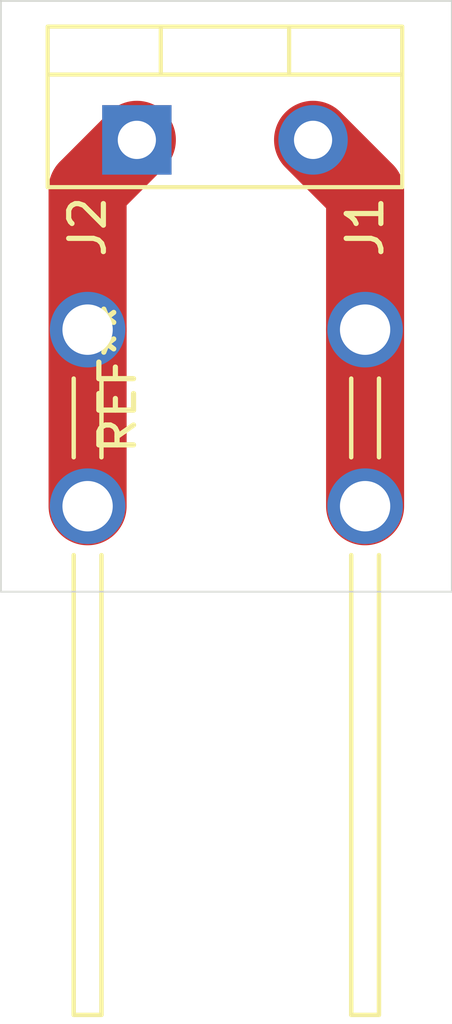
<source format=kicad_pcb>
(kicad_pcb (version 20241229) (generator "pcbnew") (generator_version "9.0")
  (layers (0 "F.Cu" signal) (2 "B.Cu" signal) (13 "F.Paste" user) (15 "B.Paste" user) (5 "F.SilkS" user "F.Silkscreen") (7 "B.SilkS" user "B.Silkscreen") (1 "F.Mask" user) (3 "B.Mask" user) (25 "Edge.Cuts" user))
  (net 0 "")
  (net 1 "Net-(D1-A)")
  (net 2 "Net-(D1-K)")
  (footprint "MountingHole:MountingHole_2.2mm_M2" (layer "F.Cu") (at 218.81 108.66 90)
    (property "Reference" "REF**" (at 0 -3.15 90) (layer "F.SilkS"))
    (property "Value" "MountingHole_2.2mm_M2" (hide yes))
    (pad "" np_thru_hole circle (at 0 0 90) (size 2.2 2.2) (drill 2.2) (layers "*.Cu" "*.Mask"))
  )
  (footprint "asign:TE_1217754-1" (layer "F.Cu") (at 222.79 109.79)
    (property "Reference" "J1" (at 0 -5.5 90) (layer "F.SilkS"))
    (property "Value" "1217754-1" (hide yes))
    (fp_line (start -0.4 -1.1325) (end -0.4 1.1325) (stroke (width 0.127)) (layer "F.SilkS"))
    (fp_line (start -0.4 17.1775) (end -0.4 3.9475) (stroke (width 0.127)) (layer "F.SilkS"))
    (fp_line (start 0.4 -1.1325) (end 0.4 1.1325) (stroke (width 0.127)) (layer "F.SilkS"))
    (fp_line (start 0.4 17.1775) (end -0.4 17.1775) (stroke (width 0.127)) (layer "F.SilkS"))
    (fp_line (start 0.4 17.1775) (end 0.4 3.9475) (stroke (width 0.127)) (layer "F.SilkS"))
    (pad "1_1" thru_hole circle (at 0 -2.54) (size 2.175 2.175) (drill 1.45) (layers "*.Cu" "*.Mask") (net 1 "Net-(D1-A)"))
    (pad "1_2" thru_hole circle (at 0 2.54) (size 2.175 2.175) (drill 1.45) (layers "*.Cu" "*.Mask") (net 1 "Net-(D1-A)"))
  )
  (footprint "Package_TO_SOT_THT:TO-220-2_Vertical" (layer "F.Cu") (at 216.21 101.79)
    (property "Reference" "D1" (hide yes))
    (property "Value" "AOTS")
    (fp_line (start -2.57 -3.26) (end 7.65 -3.26) (stroke (width 0.12)) (layer "F.SilkS"))
    (fp_line (start -2.57 -1.88) (end 7.65 -1.88) (stroke (width 0.12)) (layer "F.SilkS"))
    (fp_line (start -2.57 1.36) (end -2.57 -3.26) (stroke (width 0.12)) (layer "F.SilkS"))
    (fp_line (start 0.69 -3.26) (end 0.69 -1.88) (stroke (width 0.12)) (layer "F.SilkS"))
    (fp_line (start 4.39 -3.26) (end 4.39 -1.88) (stroke (width 0.12)) (layer "F.SilkS"))
    (fp_line (start 7.65 -3.26) (end 7.65 1.36) (stroke (width 0.12)) (layer "F.SilkS"))
    (fp_line (start 7.65 1.36) (end -2.57 1.36) (stroke (width 0.12)) (layer "F.SilkS"))
    (pad "1" thru_hole rect (at 0 0) (size 2 2) (drill 1.1) (layers "*.Cu" "*.Mask") (net 2 "Net-(D1-K)"))
    (pad "2" thru_hole circle (at 5.08 0) (size 2 2) (drill 1.1) (layers "*.Cu" "*.Mask") (net 1 "Net-(D1-A)"))
  )
  (footprint "asign:TE_1217754-1" (layer "F.Cu") (at 214.79 109.79)
    (property "Reference" "J2" (at 0 -5.5 90) (layer "F.SilkS"))
    (property "Value" "1217754-1" (hide yes))
    (fp_line (start -0.4 -1.1325) (end -0.4 1.1325) (stroke (width 0.127)) (layer "F.SilkS"))
    (fp_line (start -0.4 17.1775) (end -0.4 3.9475) (stroke (width 0.127)) (layer "F.SilkS"))
    (fp_line (start 0.4 -1.1325) (end 0.4 1.1325) (stroke (width 0.127)) (layer "F.SilkS"))
    (fp_line (start 0.4 17.1775) (end -0.4 17.1775) (stroke (width 0.127)) (layer "F.SilkS"))
    (fp_line (start 0.4 17.1775) (end 0.4 3.9475) (stroke (width 0.127)) (layer "F.SilkS"))
    (pad "1_1" thru_hole circle (at 0 -2.54) (size 2.175 2.175) (drill 1.45) (layers "*.Cu" "*.Mask") (net 2 "Net-(D1-K)"))
    (pad "1_2" thru_hole circle (at 0 2.54) (size 2.175 2.175) (drill 1.45) (layers "*.Cu" "*.Mask") (net 2 "Net-(D1-K)"))
  )
  (gr_line (start 225.29 114.79) (end 225.29 97.79) (stroke (width 0.05)) (layer "Edge.Cuts"))
  (gr_line (start 212.29 114.79) (end 225.29 114.79) (stroke (width 0.05)) (layer "Edge.Cuts"))
  (gr_line (start 225.29 97.79) (end 212.29 97.79) (stroke (width 0.05)) (layer "Edge.Cuts"))
  (gr_line (start 212.29 97.79) (end 212.29 114.79) (stroke (width 0.05)) (layer "Edge.Cuts"))
  (segment (start 222.79 112.33) (end 222.79 107.25) (width 2.25) (layer "F.Cu") (net 1))
  (segment (start 222.79 103.29) (end 221.29 101.79) (width 2.25) (layer "F.Cu") (net 1))
  (segment (start 222.79 107.25) (end 222.79 103.29) (width 2.25) (layer "F.Cu") (net 1))
  (segment (start 214.79 112.33) (end 214.79 107.25) (width 2.25) (layer "F.Cu") (net 2))
  (segment (start 214.79 103.21) (end 216.21 101.79) (width 2.25) (layer "F.Cu") (net 2))
  (segment (start 214.79 107.25) (end 214.79 103.21) (width 2.25) (layer "F.Cu") (net 2))
)
</source>
